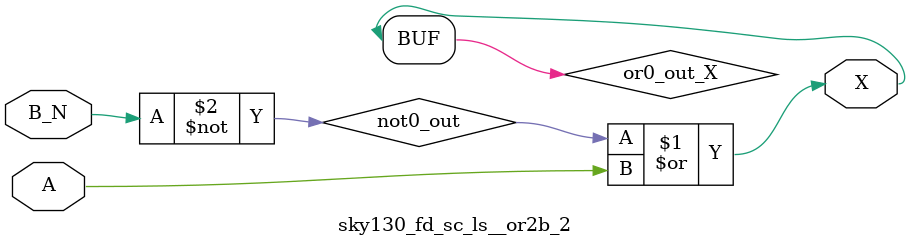
<source format=v>
/*
 * Copyright 2020 The SkyWater PDK Authors
 *
 * Licensed under the Apache License, Version 2.0 (the "License");
 * you may not use this file except in compliance with the License.
 * You may obtain a copy of the License at
 *
 *     https://www.apache.org/licenses/LICENSE-2.0
 *
 * Unless required by applicable law or agreed to in writing, software
 * distributed under the License is distributed on an "AS IS" BASIS,
 * WITHOUT WARRANTIES OR CONDITIONS OF ANY KIND, either express or implied.
 * See the License for the specific language governing permissions and
 * limitations under the License.
 *
 * SPDX-License-Identifier: Apache-2.0
*/


`ifndef SKY130_FD_SC_LS__OR2B_2_FUNCTIONAL_V
`define SKY130_FD_SC_LS__OR2B_2_FUNCTIONAL_V

/**
 * or2b: 2-input OR, first input inverted.
 *
 * Verilog simulation functional model.
 */

`timescale 1ns / 1ps
`default_nettype none

`celldefine
module sky130_fd_sc_ls__or2b_2 (
    X  ,
    A  ,
    B_N
);

    // Module ports
    output X  ;
    input  A  ;
    input  B_N;

    // Local signals
    wire not0_out ;
    wire or0_out_X;

    //  Name  Output     Other arguments
    not not0 (not0_out , B_N            );
    or  or0  (or0_out_X, not0_out, A    );
    buf buf0 (X        , or0_out_X      );

endmodule
`endcelldefine

`default_nettype wire
`endif  // SKY130_FD_SC_LS__OR2B_2_FUNCTIONAL_V

</source>
